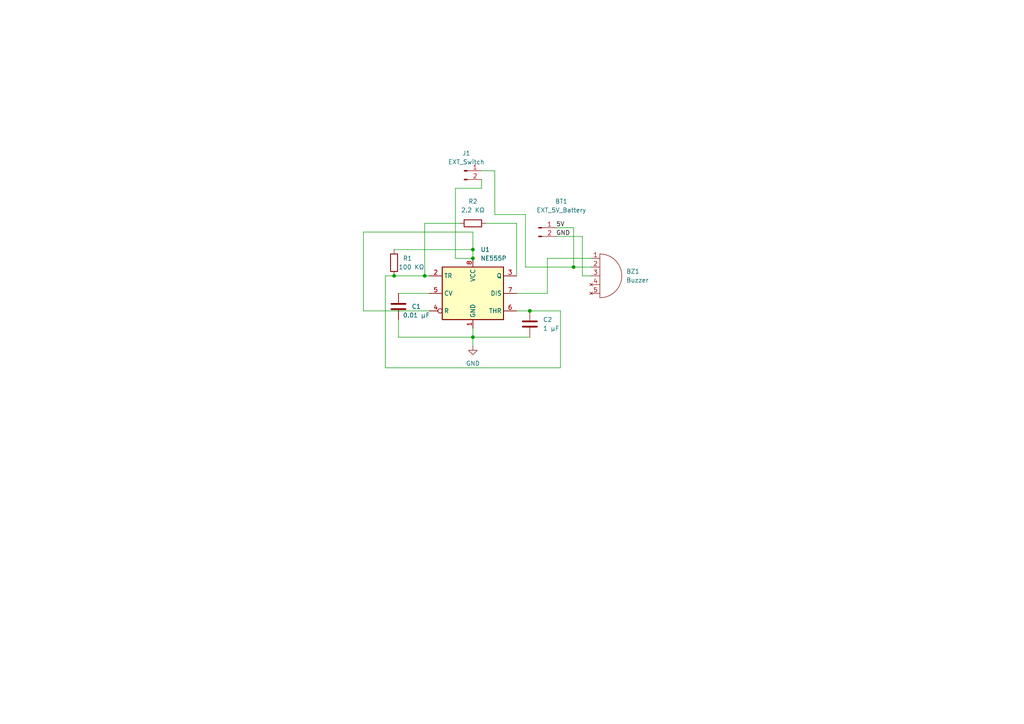
<source format=kicad_sch>
(kicad_sch (version 20231120) (generator "eeschema") (generator_version "8.0")
  (paper "A4")
  (lib_symbols
    (symbol "Connector:Conn_01x02_Pin" (pin_names (offset 1.016) hide)
      (property "Reference" "J" (at 0 2.54 0))
      (property "Value" "Conn_01x02_Pin" (at 0 -5.08 0))
      (symbol "Conn_01x02_Pin_1_1"
        (polyline (pts (xy 1.27 -2.54) (xy 0.8636 -2.54)) (stroke (width 0.1524)))
        (polyline (pts (xy 1.27 0) (xy 0.8636 0)) (stroke (width 0.1524)))
        (rectangle (start 0.8636 -2.413) (end 0 -2.667) (stroke (width 0.1524)) (fill (type outline)))
        (rectangle (start 0.8636 0.127) (end 0 -0.127) (stroke (width 0.1524)) (fill (type outline)))
        (pin passive line (at 5.08 0 180) (length 3.81) (name "Pin_1") (number "1"))
        (pin passive line (at 5.08 -2.54 180) (length 3.81) (name "Pin_2") (number "2"))
      )
    )
    (symbol "Device:Buzzer" (pin_names (offset 0.0254) hide)
      (property "Reference" "BZ1" (at 7.62 -1.27 0))
      (property "Value" "Buzzer" (at 7.62 -3.81 0))
      (symbol "Buzzer_0_1"
        (arc (start 0 -8.89) (mid 6.35 -2.54) (end 0 3.81))
        (polyline (pts (xy 0 3.81) (xy 0 -8.89)))
      )
      (symbol "Buzzer_1_1"
        (pin passive line (at -2.54 2.54 0) (length 2.54) (name "Aux") (number "1"))
        (pin power_in line (at -2.54 0 0) (length 2.54) (name "5V") (number "2"))
        (pin power_in line (at -2.54 -2.54 0) (length 2.54) (name "G") (number "3"))
        (pin no_connect line (at -2.54 -5.08 0) (length 2.54) (name "B") (number "4"))
        (pin no_connect line (at -2.54 -7.62 0) (length 2.54) (name "") (number "5"))
      )
    )
    (symbol "Device:C" (pin_numbers hide) (pin_names (offset 0.254))
      (property "Reference" "C" (at 0.635 2.54 0))
      (property "Value" "C" (at 0.635 -2.54 0))
      (symbol "C_0_1"
        (polyline (pts (xy -2.032 -0.762) (xy 2.032 -0.762)) (stroke (width 0.508)))
        (polyline (pts (xy -2.032 0.762) (xy 2.032 0.762)) (stroke (width 0.508)))
      )
      (symbol "C_1_1"
        (pin passive line (at 0 3.81 270) (length 2.794) (name "~") (number "1"))
        (pin passive line (at 0 -3.81 90) (length 2.794) (name "~") (number "2"))
      )
    )
    (symbol "Device:R" (pin_numbers hide) (pin_names (offset 0))
      (property "Reference" "R" (at 2.032 0 90))
      (property "Value" "R" (at 0 0 90))
      (symbol "R_0_1"
        (rectangle (start -1.016 -2.54) (end 1.016 2.54) (stroke (width 0.254)))
      )
      (symbol "R_1_1"
        (pin passive line (at 0 3.81 270) (length 1.27) (name "~") (number "1"))
        (pin passive line (at 0 -3.81 90) (length 1.27) (name "~") (number "2"))
      )
    )
    (symbol "Timer:NE555P"
      (property "Reference" "U" (at -10.16 8.89 0))
      (property "Value" "NE555P" (at 2.54 8.89 0))
      (symbol "NE555P_0_0"
        (pin power_in line (at 0 -10.16 90) (length 2.54) (name "GND") (number "1"))
        (pin power_in line (at 0 10.16 270) (length 2.54) (name "VCC") (number "8"))
      )
      (symbol "NE555P_0_1"
        (rectangle (start -8.89 -7.62) (end 8.89 7.62) (stroke (width 0.254)) (fill (type background)))
        (rectangle (start -8.89 -7.62) (end 8.89 7.62) (stroke (width 0.254)) (fill (type background)))
      )
      (symbol "NE555P_1_1"
        (pin input line (at -12.7 5.08 0) (length 3.81) (name "TR") (number "2"))
        (pin output line (at 12.7 5.08 180) (length 3.81) (name "Q") (number "3"))
        (pin input inverted (at -12.7 -5.08 0) (length 3.81) (name "R") (number "4"))
        (pin input line (at -12.7 0 0) (length 3.81) (name "CV") (number "5"))
        (pin input line (at 12.7 -5.08 180) (length 3.81) (name "THR") (number "6"))
        (pin input line (at 12.7 0 180) (length 3.81) (name "DIS") (number "7"))
      )
    )
    (symbol "power:GND" (power) (pin_names (offset 0))
      (property "Value" "GND" (at 0 -3.81 0))
      (symbol "GND_0_1"
        (polyline (pts (xy 0 0) (xy 0 -1.27) (xy 1.27 -1.27) (xy 0 -2.54) (xy -1.27 -1.27) (xy 0 -1.27)))
      )
      (symbol "GND_1_1"
        (pin power_in line (at 0 0 270) (length 0) hide (name "GND") (number "1"))
      )
    )
  )
  (junction (at 137.16 97.79))
  (junction (at 166.37 77.47))
  (junction (at 137.16 74.93))
  (junction (at 137.16 72.39))
  (junction (at 153.67 90.17))
  (junction (at 123.19 80.01))
  (junction (at 114.3 80.01))
  (wire (pts (xy 140.97 64.77) (xy 149.86 64.77)))
  (wire (pts (xy 132.08 54.61) (xy 139.7 54.61)))
  (wire (pts (xy 162.56 106.68) (xy 162.56 90.17)))
  (wire (pts (xy 115.57 97.79) (xy 137.16 97.79)))
  (wire (pts (xy 115.57 92.71) (xy 115.57 97.79)))
  (wire (pts (xy 137.16 72.39) (xy 137.16 74.93)))
  (wire (pts (xy 149.86 90.17) (xy 153.67 90.17)))
  (wire (pts (xy 137.16 97.79) (xy 137.16 100.33)))
  (wire (pts (xy 124.46 85.09) (xy 115.57 85.09)))
  (wire (pts (xy 162.56 90.17) (xy 153.67 90.17)))
  (wire (pts (xy 149.86 64.77) (xy 149.86 80.01)))
  (wire (pts (xy 137.16 72.39) (xy 137.16 67.31)))
  (wire (pts (xy 105.41 90.17) (xy 124.46 90.17)))
  (wire (pts (xy 152.4 62.23) (xy 152.4 77.47)))
  (wire (pts (xy 158.75 74.93) (xy 158.75 85.09)))
  (wire (pts (xy 168.91 68.58) (xy 168.91 80.01)))
  (wire (pts (xy 161.29 68.58) (xy 168.91 68.58)))
  (wire (pts (xy 123.19 80.01) (xy 124.46 80.01)))
  (wire (pts (xy 143.51 62.23) (xy 152.4 62.23)))
  (wire (pts (xy 137.16 74.93) (xy 132.08 74.93)))
  (wire (pts (xy 114.3 80.01) (xy 123.19 80.01)))
  (wire (pts (xy 143.51 49.53) (xy 143.51 62.23)))
  (wire (pts (xy 114.3 80.01) (xy 111.76 80.01)))
  (wire (pts (xy 137.16 97.79) (xy 153.67 97.79)))
  (wire (pts (xy 123.19 80.01) (xy 123.19 64.77)))
  (wire (pts (xy 168.91 80.01) (xy 171.45 80.01)))
  (wire (pts (xy 105.41 67.31) (xy 105.41 90.17)))
  (wire (pts (xy 139.7 49.53) (xy 143.51 49.53)))
  (wire (pts (xy 158.75 85.09) (xy 149.86 85.09)))
  (wire (pts (xy 171.45 74.93) (xy 158.75 74.93)))
  (wire (pts (xy 137.16 67.31) (xy 105.41 67.31)))
  (wire (pts (xy 152.4 77.47) (xy 166.37 77.47)))
  (wire (pts (xy 137.16 95.25) (xy 137.16 97.79)))
  (wire (pts (xy 111.76 106.68) (xy 162.56 106.68)))
  (wire (pts (xy 139.7 54.61) (xy 139.7 52.07)))
  (wire (pts (xy 166.37 77.47) (xy 171.45 77.47)))
  (wire (pts (xy 161.29 66.04) (xy 166.37 66.04)))
  (wire (pts (xy 123.19 64.77) (xy 133.35 64.77)))
  (wire (pts (xy 111.76 80.01) (xy 111.76 106.68)))
  (wire (pts (xy 132.08 74.93) (xy 132.08 54.61)))
  (wire (pts (xy 166.37 66.04) (xy 166.37 77.47)))
  (wire (pts (xy 114.3 72.39) (xy 137.16 72.39)))
  (label "GND" (at 161.29 68.58 0))
  (label "5V" (at 161.29 66.04 0))
  (symbol (lib_id "Device:C") (at 153.67 93.98 0) (unit 1)
    (property "Reference" "C2" (at 157.48 92.71 0) (effects (justify left)))
    (property "Value" "1 μF" (at 157.48 95.25 0) (effects (justify left)))
    (property "Footprint" "Capacitor_THT:CP_Axial_L10.0mm_D6.0mm_P15.00mm_Horizontal" (effects (hide yes)))
  )
  (symbol (lib_id "Device:R") (at 114.3 76.2 0) (unit 1)
    (property "Reference" "R1" (at 116.84 74.93 0) (effects (justify left)))
    (property "Value" "100 KΩ" (at 115.57 77.47 0) (effects (justify left)))
    (property "Footprint" "Resistor_THT:R_Axial_DIN0207_L6.3mm_D2.5mm_P10.16mm_Horizontal" (effects (hide yes)))
  )
  (symbol (lib_id "Connector:Conn_01x02_Pin") (at 156.21 66.04 0) (unit 1)
    (property "Reference" "BT1" (at 162.814 58.42 0))
    (property "Value" "EXT_5V_Battery" (at 162.814 60.96 0))
    (property "Footprint" "mylibrary:External_Connection_2pin" (effects (hide yes)))
    (property "Description" "Generic connector, single row, 01x02, script generated" (effects (hide yes)))
  )
  (symbol (lib_id "Device:Buzzer") (at 173.99 77.47 0) (unit 1)
    (property "Reference" "BZ1" (at 181.61 78.74 0) (effects (justify left)))
    (property "Value" "Buzzer" (at 181.61 81.28 0) (effects (justify left)))
    (property "Footprint" "mylibrary:Buzzer_Connection" (effects (hide yes)))
    (property "Description" "Buzzer, polarized" (effects (hide yes)))
  )
  (symbol (lib_id "Device:R") (at 137.16 64.77 90) (unit 1)
    (property "Reference" "R2" (at 137.16 58.42 90))
    (property "Value" "2.2 KΩ" (at 137.16 60.96 90))
    (property "Footprint" "Resistor_THT:R_Axial_DIN0207_L6.3mm_D2.5mm_P10.16mm_Horizontal" (effects (hide yes)))
  )
  (symbol (lib_id "Timer:NE555P") (at 137.16 85.09 0) (unit 1)
    (property "Reference" "U1" (at 139.3541 72.39 0) (effects (justify left)))
    (property "Value" "NE555P" (at 139.3541 74.93 0) (effects (justify left)))
    (property "Footprint" "Package_DIP:DIP-8_W7.62mm" (effects (hide yes)))
    (property "Datasheet" "http://www.ti.com/lit/ds/symlink/ne555.pdf" (effects (hide yes)))
  )
  (symbol (lib_id "power:GND") (at 137.16 100.33 0) (unit 1)
    (property "Reference" "#PWR01" (effects (hide yes)))
    (property "Value" "GND" (at 137.16 105.41 0))
  )
  (symbol (lib_id "Connector:Conn_01x02_Pin") (at 134.62 49.53 0) (unit 1)
    (property "Reference" "J1" (at 135.255 44.45 0))
    (property "Value" "EXT_Switch" (at 135.255 46.99 0))
    (property "Footprint" "mylibrary:External_Connection_2pin" (effects (hide yes)))
    (property "Description" "Generic connector, single row, 01x02, script generated" (effects (hide yes)))
  )
  (symbol (lib_id "Device:C") (at 115.57 88.9 0) (unit 1)
    (property "Reference" "C1" (at 119.38 88.9 0) (effects (justify left)))
    (property "Value" "0.01 μF" (at 116.84 91.44 0) (effects (justify left)))
    (property "Footprint" "Capacitor_THT:CP_Axial_L11.0mm_D5.0mm_P18.00mm_Horizontal" (effects (hide yes)))
  )
)
</source>
